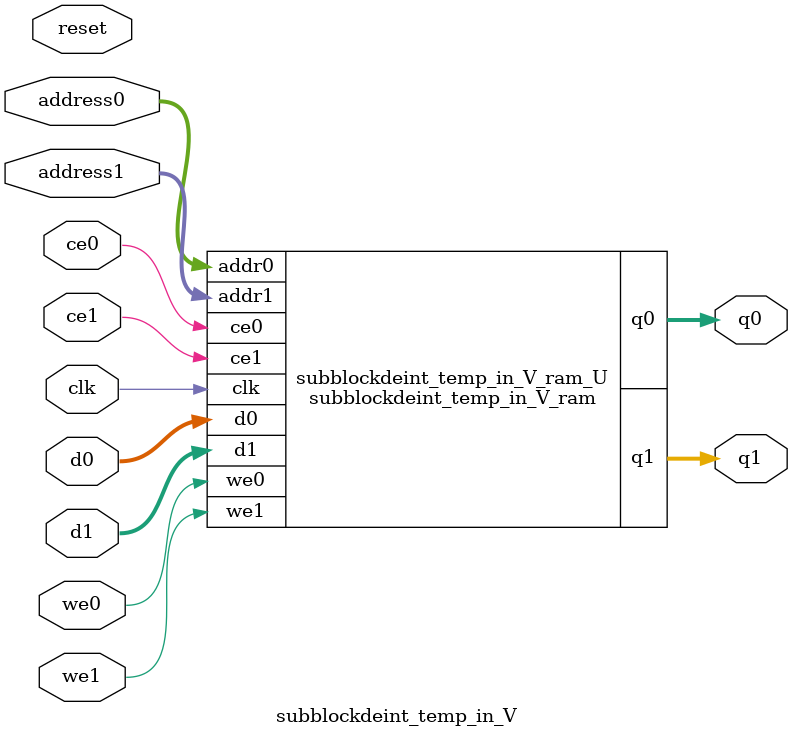
<source format=v>
`timescale 1 ns / 1 ps
module subblockdeint_temp_in_V_ram (addr0, ce0, d0, we0, q0, addr1, ce1, d1, we1, q1,  clk);

parameter DWIDTH = 8;
parameter AWIDTH = 9;
parameter MEM_SIZE = 512;

input[AWIDTH-1:0] addr0;
input ce0;
input[DWIDTH-1:0] d0;
input we0;
output reg[DWIDTH-1:0] q0;
input[AWIDTH-1:0] addr1;
input ce1;
input[DWIDTH-1:0] d1;
input we1;
output reg[DWIDTH-1:0] q1;
input clk;

(* ram_style = "block" *)reg [DWIDTH-1:0] ram[0:MEM_SIZE-1];




always @(posedge clk)  
begin 
    if (ce0) 
    begin
        if (we0) 
        begin 
            ram[addr0] <= d0; 
        end 
        q0 <= ram[addr0];
    end
end


always @(posedge clk)  
begin 
    if (ce1) 
    begin
        if (we1) 
        begin 
            ram[addr1] <= d1; 
        end 
        q1 <= ram[addr1];
    end
end


endmodule

`timescale 1 ns / 1 ps
module subblockdeint_temp_in_V(
    reset,
    clk,
    address0,
    ce0,
    we0,
    d0,
    q0,
    address1,
    ce1,
    we1,
    d1,
    q1);

parameter DataWidth = 32'd8;
parameter AddressRange = 32'd512;
parameter AddressWidth = 32'd9;
input reset;
input clk;
input[AddressWidth - 1:0] address0;
input ce0;
input we0;
input[DataWidth - 1:0] d0;
output[DataWidth - 1:0] q0;
input[AddressWidth - 1:0] address1;
input ce1;
input we1;
input[DataWidth - 1:0] d1;
output[DataWidth - 1:0] q1;



subblockdeint_temp_in_V_ram subblockdeint_temp_in_V_ram_U(
    .clk( clk ),
    .addr0( address0 ),
    .ce0( ce0 ),
    .we0( we0 ),
    .d0( d0 ),
    .q0( q0 ),
    .addr1( address1 ),
    .ce1( ce1 ),
    .we1( we1 ),
    .d1( d1 ),
    .q1( q1 ));

endmodule


</source>
